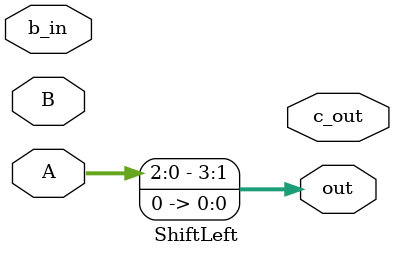
<source format=v>
`timescale 1ns / 1ps


module ShiftLeft(
        input [3:0] A, 
        input [3:0] B, 
        input b_in, 
        output [3:0] out, 
        output c_out
    );
    
    assign out[3] = A[2]; 
    assign out[2] = A[1]; 
    assign out[1] = A[0]; 
    assign out[0] = 0; 
    
endmodule

</source>
